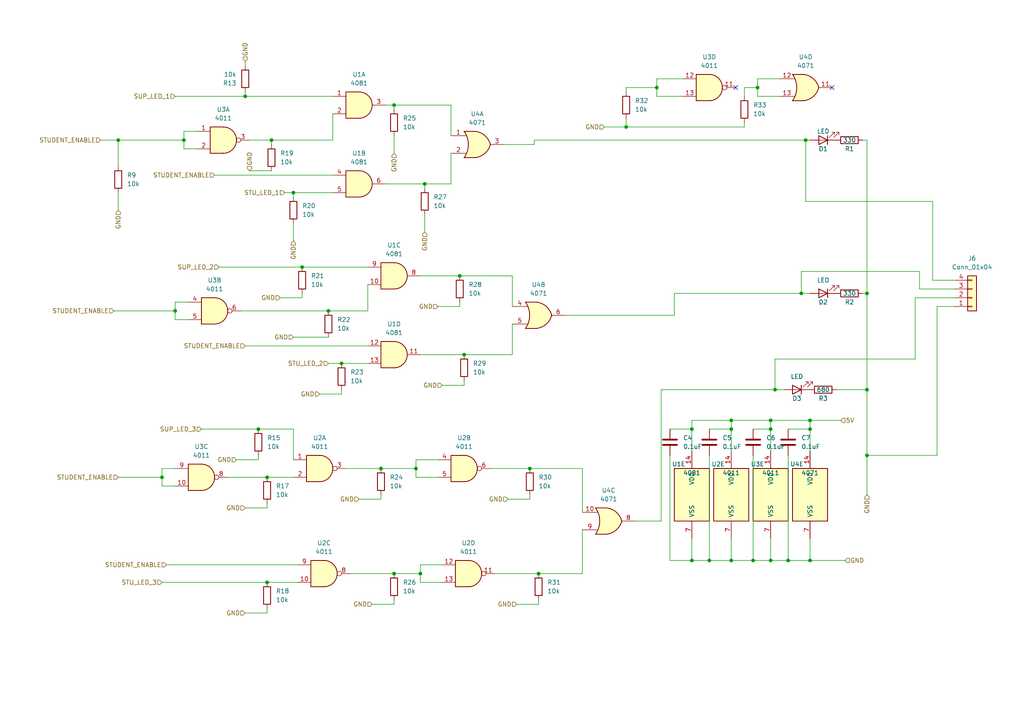
<source format=kicad_sch>
(kicad_sch (version 20211123) (generator eeschema)
  (paper "A4")
  (lib_symbols
    (symbol "4011_1" (pin_names (offset 1.016))
      (property "Reference" "U3" (at 0 8.89 0))
      (property "Value" "4011" (at 0 6.35 0))
      (symbol "4011_1_1_1"
        (pin input line (at -7.62 2.54 0) (length 3.81) (name "~") (number "1"))
        (pin input line (at -7.62 -2.54 0) (length 3.81) (name "~") (number "2"))
        (pin output inverted (at 7.62 0 180) (length 3.81) (name "~") (number "3"))
      )
      (symbol "4011_1_1_2"
        (pin input inverted (at -7.62 2.54 0) (length 4.318) (name "~") (number "1"))
        (pin input inverted (at -7.62 -2.54 0) (length 4.318) (name "~") (number "2"))
        (pin output line (at 7.62 0 180) (length 3.81) (name "~") (number "3"))
      )
      (symbol "4011_1_2_1"
        (pin output inverted (at 7.62 0 180) (length 3.81) (name "~") (number "4"))
        (pin input line (at -7.62 2.54 0) (length 3.81) (name "~") (number "5"))
        (pin input line (at -7.62 -2.54 0) (length 3.81) (name "~") (number "6"))
      )
      (symbol "4011_1_2_2"
        (pin output line (at 7.62 0 180) (length 3.81) (name "~") (number "4"))
        (pin input inverted (at -7.62 2.54 0) (length 4.318) (name "~") (number "5"))
        (pin input inverted (at -7.62 -2.54 0) (length 4.318) (name "~") (number "6"))
      )
      (symbol "4011_1_3_1"
        (pin input line (at -7.62 -2.54 0) (length 3.81) (name "~") (number "10"))
        (pin output inverted (at 7.62 0 180) (length 3.81) (name "") (number "8"))
        (pin input line (at -7.62 2.54 0) (length 3.81) (name "~") (number "9"))
      )
      (symbol "4011_1_3_2"
        (pin output line (at 7.62 0 180) (length 3.81) (name "~") (number "10"))
        (pin input inverted (at -7.62 2.54 0) (length 4.318) (name "~") (number "8"))
        (pin input inverted (at -7.62 -2.54 0) (length 4.318) (name "~") (number "9"))
      )
      (symbol "4011_1_4_1"
        (pin output inverted (at 7.62 0 180) (length 3.81) (name "~") (number "11"))
        (pin input line (at -7.62 2.54 0) (length 3.81) (name "~") (number "12"))
        (pin input line (at -7.62 -2.54 0) (length 3.81) (name "~") (number "13"))
      )
      (symbol "4011_1_4_2"
        (pin output line (at 7.62 0 180) (length 3.81) (name "~") (number "11"))
        (pin input inverted (at -7.62 2.54 0) (length 4.318) (name "~") (number "12"))
        (pin input inverted (at -7.62 -2.54 0) (length 4.318) (name "~") (number "13"))
      )
      (symbol "4011_1_5_0"
        (pin power_in line (at 0 12.7 270) (length 5.08) (name "VDD") (number "14"))
        (pin power_in line (at 0 -12.7 90) (length 5.08) (name "VSS") (number "7"))
      )
    )
    (symbol "4011_2" (pin_names (offset 1.016))
      (property "Reference" "U3" (at 0 8.89 0))
      (property "Value" "4011_2" (at 0 6.35 0))
      (symbol "4011_2_1_1"
        (pin input line (at -7.62 2.54 0) (length 3.81) (name "~") (number "1"))
        (pin input line (at -7.62 -2.54 0) (length 3.81) (name "~") (number "2"))
        (pin output inverted (at 7.62 0 180) (length 3.81) (name "~") (number "3"))
      )
      (symbol "4011_2_1_2"
        (pin input inverted (at -7.62 2.54 0) (length 4.318) (name "~") (number "1"))
        (pin input inverted (at -7.62 -2.54 0) (length 4.318) (name "~") (number "2"))
        (pin output line (at 7.62 0 180) (length 3.81) (name "~") (number "3"))
      )
      (symbol "4011_2_2_1"
        (pin input line (at -7.62 2.54 0) (length 3.81) (name "~") (number "4"))
        (pin input line (at -7.62 -2.54 0) (length 3.81) (name "~") (number "5"))
        (pin output inverted (at 7.62 0 180) (length 3.81) (name "~") (number "6"))
      )
      (symbol "4011_2_2_2"
        (pin output line (at 7.62 0 180) (length 3.81) (name "~") (number "4"))
        (pin input inverted (at -7.62 2.54 0) (length 4.318) (name "~") (number "5"))
        (pin input inverted (at -7.62 -2.54 0) (length 4.318) (name "~") (number "6"))
      )
      (symbol "4011_2_3_1"
        (pin output inverted (at 7.62 0 180) (length 3.81) (name "~") (number "10"))
        (pin input line (at -7.62 2.54 0) (length 3.81) (name "~") (number "8"))
        (pin input line (at -7.62 -2.54 0) (length 3.81) (name "~") (number "9"))
      )
      (symbol "4011_2_3_2"
        (pin output line (at 7.62 0 180) (length 3.81) (name "~") (number "10"))
        (pin input inverted (at -7.62 2.54 0) (length 4.318) (name "~") (number "8"))
        (pin input inverted (at -7.62 -2.54 0) (length 4.318) (name "~") (number "9"))
      )
      (symbol "4011_2_4_1"
        (pin output inverted (at 7.62 0 180) (length 3.81) (name "~") (number "11"))
        (pin input line (at -7.62 2.54 0) (length 3.81) (name "~") (number "12"))
        (pin input line (at -7.62 -2.54 0) (length 3.81) (name "~") (number "13"))
      )
      (symbol "4011_2_4_2"
        (pin output line (at 7.62 0 180) (length 3.81) (name "~") (number "11"))
        (pin input inverted (at -7.62 2.54 0) (length 4.318) (name "~") (number "12"))
        (pin input inverted (at -7.62 -2.54 0) (length 4.318) (name "~") (number "13"))
      )
      (symbol "4011_2_5_0"
        (pin power_in line (at 0 12.7 270) (length 5.08) (name "VDD") (number "14"))
        (pin power_in line (at 0 -12.7 90) (length 5.08) (name "VSS") (number "7"))
      )
    )
    (symbol "4011_3" (pin_names (offset 1.016))
      (property "Reference" "U2" (at 0 8.89 0))
      (property "Value" "4011_3" (at 0 6.35 0))
      (symbol "4011_3_1_1"
        (pin input line (at -7.62 2.54 0) (length 3.81) (name "~") (number "1"))
        (pin input line (at -7.62 -2.54 0) (length 3.81) (name "~") (number "2"))
        (pin output inverted (at 7.62 0 180) (length 3.81) (name "~") (number "3"))
      )
      (symbol "4011_3_1_2"
        (pin input inverted (at -7.62 2.54 0) (length 4.318) (name "~") (number "1"))
        (pin input inverted (at -7.62 -2.54 0) (length 4.318) (name "~") (number "2"))
        (pin output line (at 7.62 0 180) (length 3.81) (name "~") (number "3"))
      )
      (symbol "4011_3_2_1"
        (pin input line (at -7.62 2.54 0) (length 3.81) (name "~") (number "4"))
        (pin input line (at -7.62 -2.54 0) (length 3.81) (name "~") (number "5"))
        (pin output inverted (at 7.62 0 180) (length 3.81) (name "~") (number "6"))
      )
      (symbol "4011_3_2_2"
        (pin output line (at 7.62 0 180) (length 3.81) (name "~") (number "4"))
        (pin input inverted (at -7.62 2.54 0) (length 4.318) (name "~") (number "5"))
        (pin input inverted (at -7.62 -2.54 0) (length 4.318) (name "~") (number "6"))
      )
      (symbol "4011_3_3_1"
        (pin output inverted (at 7.62 0 180) (length 3.81) (name "~") (number "10"))
        (pin input line (at -7.62 2.54 0) (length 3.81) (name "~") (number "8"))
        (pin input line (at -7.62 -2.54 0) (length 3.81) (name "~") (number "9"))
      )
      (symbol "4011_3_3_2"
        (pin output line (at 7.62 0 180) (length 3.81) (name "~") (number "10"))
        (pin input inverted (at -7.62 2.54 0) (length 4.318) (name "~") (number "8"))
        (pin input inverted (at -7.62 -2.54 0) (length 4.318) (name "~") (number "9"))
      )
      (symbol "4011_3_4_1"
        (pin output inverted (at 7.62 0 180) (length 3.81) (name "~") (number "11"))
        (pin input line (at -7.62 2.54 0) (length 3.81) (name "~") (number "12"))
        (pin input line (at -7.62 -2.54 0) (length 3.81) (name "~") (number "13"))
      )
      (symbol "4011_3_4_2"
        (pin output line (at 7.62 0 180) (length 3.81) (name "~") (number "11"))
        (pin input inverted (at -7.62 2.54 0) (length 4.318) (name "~") (number "12"))
        (pin input inverted (at -7.62 -2.54 0) (length 4.318) (name "~") (number "13"))
      )
      (symbol "4011_3_5_0"
        (pin power_in line (at 0 12.7 270) (length 5.08) (name "VDD") (number "14"))
        (pin power_in line (at 0 -12.7 90) (length 5.08) (name "VSS") (number "7"))
      )
    )
    (symbol "4011_4" (pin_names (offset 1.016))
      (property "Reference" "U2" (at 0 8.89 0))
      (property "Value" "4011" (at 0 6.35 0))
      (symbol "4011_4_1_1"
        (pin input line (at -7.62 2.54 0) (length 3.81) (name "~") (number "1"))
        (pin input line (at -7.62 -2.54 0) (length 3.81) (name "~") (number "2"))
        (pin output inverted (at 7.62 0 180) (length 3.81) (name "~") (number "3"))
      )
      (symbol "4011_4_1_2"
        (pin input inverted (at -7.62 2.54 0) (length 4.318) (name "~") (number "1"))
        (pin input inverted (at -7.62 -2.54 0) (length 4.318) (name "~") (number "2"))
        (pin output line (at 7.62 0 180) (length 3.81) (name "~") (number "3"))
      )
      (symbol "4011_4_2_1"
        (pin output inverted (at 7.62 0 180) (length 3.81) (name "~") (number "4"))
        (pin input line (at -7.62 2.54 0) (length 3.81) (name "~") (number "5"))
        (pin input line (at -7.62 -2.54 0) (length 3.81) (name "~") (number "6"))
      )
      (symbol "4011_4_2_2"
        (pin output line (at 7.62 0 180) (length 3.81) (name "~") (number "4"))
        (pin input inverted (at -7.62 2.54 0) (length 4.318) (name "~") (number "5"))
        (pin input inverted (at -7.62 -2.54 0) (length 4.318) (name "~") (number "6"))
      )
      (symbol "4011_4_3_1"
        (pin input line (at -7.62 -2.54 0) (length 3.81) (name "") (number "10"))
        (pin output inverted (at 7.62 0 180) (length 3.81) (name "~") (number "8"))
        (pin input line (at -7.62 2.54 0) (length 3.81) (name "") (number "9"))
      )
      (symbol "4011_4_3_2"
        (pin output line (at 7.62 0 180) (length 3.81) (name "~") (number "10"))
        (pin input inverted (at -7.62 2.54 0) (length 4.318) (name "~") (number "8"))
        (pin input inverted (at -7.62 -2.54 0) (length 4.318) (name "~") (number "9"))
      )
      (symbol "4011_4_4_1"
        (pin output inverted (at 7.62 0 180) (length 3.81) (name "~") (number "11"))
        (pin input line (at -7.62 2.54 0) (length 3.81) (name "~") (number "12"))
        (pin input line (at -7.62 -2.54 0) (length 3.81) (name "~") (number "13"))
      )
      (symbol "4011_4_4_2"
        (pin output line (at 7.62 0 180) (length 3.81) (name "~") (number "11"))
        (pin input inverted (at -7.62 2.54 0) (length 4.318) (name "~") (number "12"))
        (pin input inverted (at -7.62 -2.54 0) (length 4.318) (name "~") (number "13"))
      )
      (symbol "4011_4_5_0"
        (pin power_in line (at 0 12.7 270) (length 5.08) (name "VDD") (number "14"))
        (pin power_in line (at 0 -12.7 90) (length 5.08) (name "VSS") (number "7"))
      )
    )
    (symbol "4071_1" (pin_names (offset 1.016))
      (property "Reference" "U4" (at 0 8.89 0))
      (property "Value" "4071_1" (at 0 6.35 0))
      (symbol "4071_1_1_1"
        (pin input line (at -7.62 2.54 0) (length 4.318) (name "~") (number "1"))
        (pin input line (at -7.62 -2.54 0) (length 4.318) (name "~") (number "2"))
        (pin output line (at 7.62 0 180) (length 3.81) (name "~") (number "3"))
      )
      (symbol "4071_1_1_2"
        (pin input inverted (at -7.62 2.54 0) (length 3.81) (name "~") (number "1"))
        (pin input inverted (at -7.62 -2.54 0) (length 3.81) (name "~") (number "2"))
        (pin output inverted (at 7.62 0 180) (length 3.81) (name "~") (number "3"))
      )
      (symbol "4071_1_2_1"
        (pin input line (at -7.62 2.54 0) (length 4.318) (name "~") (number "4"))
        (pin input line (at -7.62 -2.54 0) (length 4.318) (name "~") (number "5"))
        (pin output line (at 7.62 0 180) (length 3.81) (name "~") (number "6"))
      )
      (symbol "4071_1_2_2"
        (pin output inverted (at 7.62 0 180) (length 3.81) (name "~") (number "4"))
        (pin input inverted (at -7.62 2.54 0) (length 3.81) (name "~") (number "5"))
        (pin input inverted (at -7.62 -2.54 0) (length 3.81) (name "~") (number "6"))
      )
      (symbol "4071_1_3_1"
        (pin output line (at 7.62 0 180) (length 3.81) (name "~") (number "10"))
        (pin input line (at -7.62 2.54 0) (length 4.318) (name "~") (number "8"))
        (pin input line (at -7.62 -2.54 0) (length 4.318) (name "~") (number "9"))
      )
      (symbol "4071_1_3_2"
        (pin output inverted (at 7.62 0 180) (length 3.81) (name "~") (number "10"))
        (pin input inverted (at -7.62 2.54 0) (length 3.81) (name "~") (number "8"))
        (pin input inverted (at -7.62 -2.54 0) (length 3.81) (name "~") (number "9"))
      )
      (symbol "4071_1_4_1"
        (pin output line (at 7.62 0 180) (length 3.81) (name "~") (number "11"))
        (pin input line (at -7.62 2.54 0) (length 4.318) (name "~") (number "12"))
        (pin input line (at -7.62 -2.54 0) (length 4.318) (name "~") (number "13"))
      )
      (symbol "4071_1_4_2"
        (pin output inverted (at 7.62 0 180) (length 3.81) (name "~") (number "11"))
        (pin input inverted (at -7.62 2.54 0) (length 3.81) (name "~") (number "12"))
        (pin input inverted (at -7.62 -2.54 0) (length 3.81) (name "~") (number "13"))
      )
      (symbol "4071_1_5_0"
        (pin power_in line (at 0 12.7 270) (length 5.08) (name "VDD") (number "14"))
        (pin power_in line (at 0 -12.7 90) (length 5.08) (name "VSS") (number "7"))
      )
    )
    (symbol "4071_2" (pin_names (offset 1.016))
      (property "Reference" "U4" (at 0 8.89 0))
      (property "Value" "4071_2" (at 0 6.35 0))
      (symbol "4071_2_1_1"
        (pin input line (at -7.62 2.54 0) (length 4.318) (name "~") (number "1"))
        (pin input line (at -7.62 -2.54 0) (length 4.318) (name "~") (number "2"))
        (pin output line (at 7.62 0 180) (length 3.81) (name "~") (number "3"))
      )
      (symbol "4071_2_1_2"
        (pin input inverted (at -7.62 2.54 0) (length 3.81) (name "~") (number "1"))
        (pin input inverted (at -7.62 -2.54 0) (length 3.81) (name "~") (number "2"))
        (pin output inverted (at 7.62 0 180) (length 3.81) (name "~") (number "3"))
      )
      (symbol "4071_2_2_1"
        (pin output line (at 7.62 0 180) (length 3.81) (name "~") (number "4"))
        (pin input line (at -7.62 2.54 0) (length 4.318) (name "~") (number "5"))
        (pin input line (at -7.62 -2.54 0) (length 4.318) (name "~") (number "6"))
      )
      (symbol "4071_2_2_2"
        (pin output inverted (at 7.62 0 180) (length 3.81) (name "~") (number "4"))
        (pin input inverted (at -7.62 2.54 0) (length 3.81) (name "~") (number "5"))
        (pin input inverted (at -7.62 -2.54 0) (length 3.81) (name "~") (number "6"))
      )
      (symbol "4071_2_3_1"
        (pin input line (at -7.62 2.54 0) (length 4.318) (name "") (number "10"))
        (pin output line (at 7.62 0 180) (length 3.81) (name "~") (number "8"))
        (pin input line (at -7.62 -2.54 0) (length 4.318) (name "~") (number "9"))
      )
      (symbol "4071_2_3_2"
        (pin output inverted (at 7.62 0 180) (length 3.81) (name "~") (number "10"))
        (pin input inverted (at -7.62 2.54 0) (length 3.81) (name "~") (number "8"))
        (pin input inverted (at -7.62 -2.54 0) (length 3.81) (name "~") (number "9"))
      )
      (symbol "4071_2_4_1"
        (pin output line (at 7.62 0 180) (length 3.81) (name "~") (number "11"))
        (pin input line (at -7.62 2.54 0) (length 4.318) (name "~") (number "12"))
        (pin input line (at -7.62 -2.54 0) (length 4.318) (name "~") (number "13"))
      )
      (symbol "4071_2_4_2"
        (pin output inverted (at 7.62 0 180) (length 3.81) (name "~") (number "11"))
        (pin input inverted (at -7.62 2.54 0) (length 3.81) (name "~") (number "12"))
        (pin input inverted (at -7.62 -2.54 0) (length 3.81) (name "~") (number "13"))
      )
      (symbol "4071_2_5_0"
        (pin power_in line (at 0 12.7 270) (length 5.08) (name "VDD") (number "14"))
        (pin power_in line (at 0 -12.7 90) (length 5.08) (name "VSS") (number "7"))
      )
    )
    (symbol "4081_1" (pin_names (offset 1.016))
      (property "Reference" "U1" (at 0 8.89 0))
      (property "Value" "4081_1" (at 0 6.35 0))
      (symbol "4081_1_1_1"
        (pin input line (at -7.62 2.54 0) (length 3.81) (name "~") (number "1"))
        (pin input line (at -7.62 -2.54 0) (length 3.81) (name "~") (number "2"))
        (pin output line (at 7.62 0 180) (length 3.81) (name "~") (number "3"))
      )
      (symbol "4081_1_1_2"
        (pin input inverted (at -7.62 2.54 0) (length 4.318) (name "~") (number "1"))
        (pin input inverted (at -7.62 -2.54 0) (length 4.318) (name "~") (number "2"))
        (pin output inverted (at 7.62 0 180) (length 3.81) (name "~") (number "3"))
      )
      (symbol "4081_1_2_1"
        (pin output line (at 7.62 0 180) (length 3.81) (name "~") (number "4"))
        (pin input line (at -7.62 2.54 0) (length 3.81) (name "~") (number "5"))
        (pin input line (at -7.62 -2.54 0) (length 3.81) (name "~") (number "6"))
      )
      (symbol "4081_1_2_2"
        (pin output inverted (at 7.62 0 180) (length 3.81) (name "~") (number "4"))
        (pin input inverted (at -7.62 2.54 0) (length 4.318) (name "~") (number "5"))
        (pin input inverted (at -7.62 -2.54 0) (length 4.318) (name "~") (number "6"))
      )
      (symbol "4081_1_3_1"
        (pin input line (at -7.62 -2.54 0) (length 3.81) (name "~") (number "10"))
        (pin output line (at 7.62 0 180) (length 3.81) (name "~") (number "8"))
        (pin input line (at -7.62 2.54 0) (length 3.81) (name "~") (number "9"))
      )
      (symbol "4081_1_3_2"
        (pin output inverted (at 7.62 0 180) (length 3.81) (name "~") (number "10"))
        (pin input inverted (at -7.62 2.54 0) (length 4.318) (name "~") (number "8"))
        (pin input inverted (at -7.62 -2.54 0) (length 4.318) (name "~") (number "9"))
      )
      (symbol "4081_1_4_1"
        (pin output line (at 7.62 0 180) (length 3.81) (name "~") (number "11"))
        (pin input line (at -7.62 2.54 0) (length 3.81) (name "~") (number "12"))
        (pin input line (at -7.62 -2.54 0) (length 3.81) (name "~") (number "13"))
      )
      (symbol "4081_1_4_2"
        (pin output inverted (at 7.62 0 180) (length 3.81) (name "~") (number "11"))
        (pin input inverted (at -7.62 2.54 0) (length 4.318) (name "~") (number "12"))
        (pin input inverted (at -7.62 -2.54 0) (length 4.318) (name "~") (number "13"))
      )
      (symbol "4081_1_5_0"
        (pin power_in line (at 0 12.7 270) (length 5.08) (name "VDD") (number "14"))
        (pin power_in line (at 0 -12.7 90) (length 5.08) (name "VSS") (number "7"))
      )
    )
    (symbol "4081_2" (pin_names (offset 1.016))
      (property "Reference" "U1" (at 0 8.89 0))
      (property "Value" "4081_2" (at 0 6.35 0))
      (symbol "4081_2_1_1"
        (pin input line (at -7.62 2.54 0) (length 3.81) (name "~") (number "1"))
        (pin input line (at -7.62 -2.54 0) (length 3.81) (name "~") (number "2"))
        (pin output line (at 7.62 0 180) (length 3.81) (name "~") (number "3"))
      )
      (symbol "4081_2_1_2"
        (pin input inverted (at -7.62 2.54 0) (length 4.318) (name "~") (number "1"))
        (pin input inverted (at -7.62 -2.54 0) (length 4.318) (name "~") (number "2"))
        (pin output inverted (at 7.62 0 180) (length 3.81) (name "~") (number "3"))
      )
      (symbol "4081_2_2_1"
        (pin input line (at -7.62 2.54 0) (length 3.81) (name "~") (number "4"))
        (pin input line (at -7.62 -2.54 0) (length 3.81) (name "~") (number "5"))
        (pin output line (at 7.62 0 180) (length 3.81) (name "~") (number "6"))
      )
      (symbol "4081_2_2_2"
        (pin output inverted (at 7.62 0 180) (length 3.81) (name "~") (number "4"))
        (pin input inverted (at -7.62 2.54 0) (length 4.318) (name "~") (number "5"))
        (pin input inverted (at -7.62 -2.54 0) (length 4.318) (name "~") (number "6"))
      )
      (symbol "4081_2_3_1"
        (pin output line (at 7.62 0 180) (length 3.81) (name "~") (number "10"))
        (pin input line (at -7.62 2.54 0) (length 3.81) (name "~") (number "8"))
        (pin input line (at -7.62 -2.54 0) (length 3.81) (name "~") (number "9"))
      )
      (symbol "4081_2_3_2"
        (pin output inverted (at 7.62 0 180) (length 3.81) (name "~") (number "10"))
        (pin input inverted (at -7.62 2.54 0) (length 4.318) (name "~") (number "8"))
        (pin input inverted (at -7.62 -2.54 0) (length 4.318) (name "~") (number "9"))
      )
      (symbol "4081_2_4_1"
        (pin output line (at 7.62 0 180) (length 3.81) (name "~") (number "11"))
        (pin input line (at -7.62 2.54 0) (length 3.81) (name "~") (number "12"))
        (pin input line (at -7.62 -2.54 0) (length 3.81) (name "~") (number "13"))
      )
      (symbol "4081_2_4_2"
        (pin output inverted (at 7.62 0 180) (length 3.81) (name "~") (number "11"))
        (pin input inverted (at -7.62 2.54 0) (length 4.318) (name "~") (number "12"))
        (pin input inverted (at -7.62 -2.54 0) (length 4.318) (name "~") (number "13"))
      )
      (symbol "4081_2_5_0"
        (pin power_in line (at 0 12.7 270) (length 5.08) (name "VDD") (number "14"))
        (pin power_in line (at 0 -12.7 90) (length 5.08) (name "VSS") (number "7"))
      )
    )
    (symbol "4xxx:4011" (pin_names (offset 1.016))
      (property "Reference" "U" (at 0 1.27 0))
      (property "Value" "4011" (at 0 -1.27 0))
      (symbol "4011_1_1"
        (pin input line (at -7.62 2.54 0) (length 3.81) (name "~") (number "1"))
        (pin input line (at -7.62 -2.54 0) (length 3.81) (name "~") (number "2"))
        (pin output inverted (at 7.62 0 180) (length 3.81) (name "~") (number "3"))
      )
      (symbol "4011_1_2"
        (pin input inverted (at -7.62 2.54 0) (length 4.318) (name "~") (number "1"))
        (pin input inverted (at -7.62 -2.54 0) (length 4.318) (name "~") (number "2"))
        (pin output line (at 7.62 0 180) (length 3.81) (name "~") (number "3"))
      )
      (symbol "4011_2_1"
        (pin output inverted (at 7.62 0 180) (length 3.81) (name "~") (number "4"))
        (pin input line (at -7.62 2.54 0) (length 3.81) (name "~") (number "5"))
        (pin input line (at -7.62 -2.54 0) (length 3.81) (name "~") (number "6"))
      )
      (symbol "4011_2_2"
        (pin output line (at 7.62 0 180) (length 3.81) (name "~") (number "4"))
        (pin input inverted (at -7.62 2.54 0) (length 4.318) (name "~") (number "5"))
        (pin input inverted (at -7.62 -2.54 0) (length 4.318) (name "~") (number "6"))
      )
      (symbol "4011_3_1"
        (pin output inverted (at 7.62 0 180) (length 3.81) (name "~") (number "10"))
        (pin input line (at -7.62 2.54 0) (length 3.81) (name "~") (number "8"))
        (pin input line (at -7.62 -2.54 0) (length 3.81) (name "~") (number "9"))
      )
      (symbol "4011_3_2"
        (pin output line (at 7.62 0 180) (length 3.81) (name "~") (number "10"))
        (pin input inverted (at -7.62 2.54 0) (length 4.318) (name "~") (number "8"))
        (pin input inverted (at -7.62 -2.54 0) (length 4.318) (name "~") (number "9"))
      )
      (symbol "4011_4_1"
        (pin output inverted (at 7.62 0 180) (length 3.81) (name "~") (number "11"))
        (pin input line (at -7.62 2.54 0) (length 3.81) (name "~") (number "12"))
        (pin input line (at -7.62 -2.54 0) (length 3.81) (name "~") (number "13"))
      )
      (symbol "4011_4_2"
        (pin output line (at 7.62 0 180) (length 3.81) (name "~") (number "11"))
        (pin input inverted (at -7.62 2.54 0) (length 4.318) (name "~") (number "12"))
        (pin input inverted (at -7.62 -2.54 0) (length 4.318) (name "~") (number "13"))
      )
      (symbol "4011_5_0"
        (pin power_in line (at 0 12.7 270) (length 5.08) (name "VDD") (number "14"))
        (pin power_in line (at 0 -12.7 90) (length 5.08) (name "VSS") (number "7"))
      )
    )
    (symbol "4xxx:4071" (pin_names (offset 1.016))
      (property "Reference" "U" (at 0 1.27 0))
      (property "Value" "4071" (at 0 -1.27 0))
      (symbol "4071_1_1"
        (pin input line (at -7.62 2.54 0) (length 4.318) (name "~") (number "1"))
        (pin input line (at -7.62 -2.54 0) (length 4.318) (name "~") (number "2"))
        (pin output line (at 7.62 0 180) (length 3.81) (name "~") (number "3"))
      )
      (symbol "4071_1_2"
        (pin input inverted (at -7.62 2.54 0) (length 3.81) (name "~") (number "1"))
        (pin input inverted (at -7.62 -2.54 0) (length 3.81) (name "~") (number "2"))
        (pin output inverted (at 7.62 0 180) (length 3.81) (name "~") (number "3"))
      )
      (symbol "4071_2_1"
        (pin output line (at 7.62 0 180) (length 3.81) (name "~") (number "4"))
        (pin input line (at -7.62 2.54 0) (length 4.318) (name "~") (number "5"))
        (pin input line (at -7.62 -2.54 0) (length 4.318) (name "~") (number "6"))
      )
      (symbol "4071_2_2"
        (pin output inverted (at 7.62 0 180) (length 3.81) (name "~") (number "4"))
        (pin input inverted (at -7.62 2.54 0) (length 3.81) (name "~") (number "5"))
        (pin input inverted (at -7.62 -2.54 0) (length 3.81) (name "~") (number "6"))
      )
      (symbol "4071_3_1"
        (pin output line (at 7.62 0 180) (length 3.81) (name "~") (number "10"))
        (pin input line (at -7.62 2.54 0) (length 4.318) (name "~") (number "8"))
        (pin input line (at -7.62 -2.54 0) (length 4.318) (name "~") (number "9"))
      )
      (symbol "4071_3_2"
        (pin output inverted (at 7.62 0 180) (length 3.81) (name "~") (number "10"))
        (pin input inverted (at -7.62 2.54 0) (length 3.81) (name "~") (number "8"))
        (pin input inverted (at -7.62 -2.54 0) (length 3.81) (name "~") (number "9"))
      )
      (symbol "4071_4_1"
        (pin output line (at 7.62 0 180) (length 3.81) (name "~") (number "11"))
        (pin input line (at -7.62 2.54 0) (length 4.318) (name "~") (number "12"))
        (pin input line (at -7.62 -2.54 0) (length 4.318) (name "~") (number "13"))
      )
      (symbol "4071_4_2"
        (pin output inverted (at 7.62 0 180) (length 3.81) (name "~") (number "11"))
        (pin input inverted (at -7.62 2.54 0) (length 3.81) (name "~") (number "12"))
        (pin input inverted (at -7.62 -2.54 0) (length 3.81) (name "~") (number "13"))
      )
      (symbol "4071_5_0"
        (pin power_in line (at 0 12.7 270) (length 5.08) (name "VDD") (number "14"))
        (pin power_in line (at 0 -12.7 90) (length 5.08) (name "VSS") (number "7"))
      )
    )
    (symbol "4xxx:4081" (pin_names (offset 1.016))
      (property "Reference" "U" (at 0 1.27 0))
      (property "Value" "4081" (at 0 -1.27 0))
      (symbol "4081_1_1"
        (pin input line (at -7.62 2.54 0) (length 3.81) (name "~") (number "1"))
        (pin input line (at -7.62 -2.54 0) (length 3.81) (name "~") (number "2"))
        (pin output line (at 7.62 0 180) (length 3.81) (name "~") (number "3"))
      )
      (symbol "4081_1_2"
        (pin input inverted (at -7.62 2.54 0) (length 4.318) (name "~") (number "1"))
        (pin input inverted (at -7.62 -2.54 0) (length 4.318) (name "~") (number "2"))
        (pin output inverted (at 7.62 0 180) (length 3.81) (name "~") (number "3"))
      )
      (symbol "4081_2_1"
        (pin output line (at 7.62 0 180) (length 3.81) (name "~") (number "4"))
        (pin input line (at -7.62 2.54 0) (length 3.81) (name "~") (number "5"))
        (pin input line (at -7.62 -2.54 0) (length 3.81) (name "~") (number "6"))
      )
      (symbol "4081_2_2"
        (pin output inverted (at 7.62 0 180) (length 3.81) (name "~") (number "4"))
        (pin input inverted (at -7.62 2.54 0) (length 4.318) (name "~") (number "5"))
        (pin input inverted (at -7.62 -2.54 0) (length 4.318) (name "~") (number "6"))
      )
      (symbol "4081_3_1"
        (pin output line (at 7.62 0 180) (length 3.81) (name "~") (number "10"))
        (pin input line (at -7.62 2.54 0) (length 3.81) (name "~") (number "8"))
        (pin input line (at -7.62 -2.54 0) (length 3.81) (name "~") (number "9"))
      )
      (symbol "4081_3_2"
        (pin output inverted (at 7.62 0 180) (length 3.81) (name "~") (number "10"))
        (pin input inverted (at -7.62 2.54 0) (length 4.318) (name "~") (number "8"))
        (pin input inverted (at -7.62 -2.54 0) (length 4.318) (name "~") (number "9"))
      )
      (symbol "4081_4_1"
        (pin output line (at 7.62 0 180) (length 3.81) (name "~") (number "11"))
        (pin input line (at -7.62 2.54 0) (length 3.81) (name "~") (number "12"))
        (pin input line (at -7.62 -2.54 0) (length 3.81) (name "~") (number "13"))
      )
      (symbol "4081_4_2"
        (pin output inverted (at 7.62 0 180) (length 3.81) (name "~") (number "11"))
        (pin input inverted (at -7.62 2.54 0) (length 4.318) (name "~") (number "12"))
        (pin input inverted (at -7.62 -2.54 0) (length 4.318) (name "~") (number "13"))
      )
      (symbol "4081_5_0"
        (pin power_in line (at 0 12.7 270) (length 5.08) (name "VDD") (number "14"))
        (pin power_in line (at 0 -12.7 90) (length 5.08) (name "VSS") (number "7"))
      )
    )
    (symbol "Connector_Generic:Conn_01x04" (pin_names (offset 1.016) hide)
      (property "Reference" "J" (at 0 5.08 0))
      (property "Value" "Conn_01x04" (at 0 -7.62 0))
      (symbol "Conn_01x04_1_1"
        (pin passive line (at -5.08 2.54 0) (length 3.81) (name "Pin_1") (number "1"))
        (pin passive line (at -5.08 0 0) (length 3.81) (name "Pin_2") (number "2"))
        (pin passive line (at -5.08 -2.54 0) (length 3.81) (name "Pin_3") (number "3"))
        (pin passive line (at -5.08 -5.08 0) (length 3.81) (name "Pin_4") (number "4"))
      )
    )
    (symbol "Device:C" (pin_numbers hide) (pin_names (offset 0.254))
      (property "Reference" "C" (at 0.635 2.54 0))
      (property "Value" "C" (at 0.635 -2.54 0))
      (symbol "C_1_1"
        (pin passive line (at 0 3.81 270) (length 2.794) (name "~") (number "1"))
        (pin passive line (at 0 -3.81 90) (length 2.794) (name "~") (number "2"))
      )
    )
    (symbol "Device:LED" (pin_numbers hide) (pin_names (offset 1.016) hide)
      (property "Reference" "D" (at 0 2.54 0))
      (property "Value" "LED" (at 0 -2.54 0))
      (symbol "LED_1_1"
        (pin passive line (at -3.81 0 0) (length 2.54) (name "K") (number "1"))
        (pin passive line (at 3.81 0 180) (length 2.54) (name "A") (number "2"))
      )
    )
    (symbol "Device:R" (pin_numbers hide) (pin_names (offset 0))
      (property "Reference" "R" (at 2.032 0 90))
      (property "Value" "R" (at 0 0 90))
      (symbol "R_1_1"
        (pin passive line (at 0 3.81 270) (length 1.27) (name "~") (number "1"))
        (pin passive line (at 0 -3.81 90) (length 1.27) (name "~") (number "2"))
      )
    )
  )
  (junction (at 205.74 162.56))
  (junction (at 87.63 77.47))
  (junction (at 234.95 121.92))
  (junction (at 200.66 124.46))
  (junction (at 74.93 124.46))
  (junction (at 153.67 135.89))
  (junction (at 181.61 36.83))
  (junction (at 212.09 124.46))
  (junction (at 212.09 162.56))
  (junction (at 133.35 80.01))
  (junction (at 123.19 53.34))
  (junction (at 223.52 162.56))
  (junction (at 78.74 40.64))
  (junction (at 190.5 25.4))
  (junction (at 71.12 27.94))
  (junction (at 251.46 85.09))
  (junction (at 77.47 138.43))
  (junction (at 234.95 162.56))
  (junction (at 120.65 135.89))
  (junction (at 99.06 105.41))
  (junction (at 219.71 25.4))
  (junction (at 223.52 124.46))
  (junction (at 53.34 40.64))
  (junction (at 200.66 162.56))
  (junction (at 251.46 113.03))
  (junction (at 224.79 113.03))
  (junction (at 46.99 138.43))
  (junction (at 233.68 40.64))
  (junction (at 234.95 124.46))
  (junction (at 85.09 55.88))
  (junction (at 156.21 166.37))
  (junction (at 223.52 121.92))
  (junction (at 114.3 30.48))
  (junction (at 212.09 121.92))
  (junction (at 34.29 40.64))
  (junction (at 50.8 90.17))
  (junction (at 232.41 85.09))
  (junction (at 95.25 90.17))
  (junction (at 114.3 166.37))
  (junction (at 218.44 162.56))
  (junction (at 77.47 168.91))
  (junction (at 121.92 166.37))
  (junction (at 134.62 102.87))
  (junction (at 251.46 132.08))
  (junction (at 228.6 162.56))
  (junction (at 110.49 135.89))
  (no_connect (at 241.3 25.4))
  (no_connect (at 213.36 25.4))
  (wire (pts (xy 50.8 27.94) (xy 71.12 27.94)))
  (wire (pts (xy 181.61 36.83) (xy 215.9 36.83)))
  (wire (pts (xy 99.06 105.41) (xy 106.68 105.41)))
  (wire (pts (xy 62.23 50.8) (xy 96.52 50.8)))
  (wire (pts (xy 81.28 86.36) (xy 87.63 86.36)))
  (wire (pts (xy 215.9 27.94) (xy 215.9 25.4)))
  (wire (pts (xy 34.29 40.64) (xy 53.34 40.64)))
  (wire (pts (xy 200.66 162.56) (xy 200.66 156.21)))
  (wire (pts (xy 95.25 90.17) (xy 106.68 90.17)))
  (wire (pts (xy 123.19 53.34) (xy 123.19 54.61)))
  (wire (pts (xy 218.44 162.56) (xy 223.52 162.56)))
  (wire (pts (xy 219.71 25.4) (xy 219.71 27.94)))
  (wire (pts (xy 134.62 110.49) (xy 134.62 111.76)))
  (wire (pts (xy 128.27 111.76) (xy 134.62 111.76)))
  (wire (pts (xy 34.29 40.64) (xy 34.29 48.26)))
  (wire (pts (xy 223.52 124.46) (xy 223.52 130.81)))
  (wire (pts (xy 114.3 166.37) (xy 121.92 166.37)))
  (wire (pts (xy 215.9 25.4) (xy 219.71 25.4)))
  (wire (pts (xy 85.09 55.88) (xy 85.09 57.15)))
  (wire (pts (xy 95.25 105.41) (xy 99.06 105.41)))
  (wire (pts (xy 181.61 26.67) (xy 181.61 25.4)))
  (wire (pts (xy 123.19 67.31) (xy 123.19 62.23)))
  (wire (pts (xy 130.81 53.34) (xy 130.81 44.45)))
  (wire (pts (xy 251.46 40.64) (xy 251.46 85.09)))
  (wire (pts (xy 85.09 69.85) (xy 85.09 64.77)))
  (wire (pts (xy 265.43 86.36) (xy 265.43 104.14)))
  (wire (pts (xy 234.95 121.92) (xy 234.95 124.46)))
  (wire (pts (xy 148.59 80.01) (xy 148.59 88.9)))
  (wire (pts (xy 85.09 55.88) (xy 96.52 55.88)))
  (wire (pts (xy 53.34 38.1) (xy 53.34 40.64)))
  (wire (pts (xy 251.46 85.09) (xy 251.46 113.03)))
  (wire (pts (xy 194.31 132.08) (xy 194.31 162.56)))
  (wire (pts (xy 190.5 27.94) (xy 198.12 27.94)))
  (wire (pts (xy 234.95 121.92) (xy 243.84 121.92)))
  (wire (pts (xy 110.49 135.89) (xy 120.65 135.89)))
  (wire (pts (xy 121.92 163.83) (xy 121.92 166.37)))
  (wire (pts (xy 111.76 53.34) (xy 123.19 53.34)))
  (wire (pts (xy 218.44 132.08) (xy 218.44 162.56)))
  (wire (pts (xy 85.09 97.79) (xy 95.25 97.79)))
  (wire (pts (xy 71.12 147.32) (xy 77.47 147.32)))
  (wire (pts (xy 130.81 30.48) (xy 130.81 39.37)))
  (wire (pts (xy 181.61 34.29) (xy 181.61 36.83)))
  (wire (pts (xy 228.6 162.56) (xy 234.95 162.56)))
  (wire (pts (xy 34.29 60.96) (xy 34.29 55.88)))
  (wire (pts (xy 233.68 58.42) (xy 233.68 40.64)))
  (wire (pts (xy 85.09 124.46) (xy 85.09 133.35)))
  (wire (pts (xy 276.86 83.82) (xy 266.7 83.82)))
  (wire (pts (xy 191.77 113.03) (xy 224.79 113.03)))
  (wire (pts (xy 266.7 83.82) (xy 266.7 78.74)))
  (wire (pts (xy 110.49 143.51) (xy 110.49 144.78)))
  (wire (pts (xy 128.27 163.83) (xy 121.92 163.83)))
  (wire (pts (xy 200.66 121.92) (xy 212.09 121.92)))
  (wire (pts (xy 234.95 156.21) (xy 234.95 162.56)))
  (wire (pts (xy 48.26 163.83) (xy 86.36 163.83)))
  (wire (pts (xy 106.68 90.17) (xy 106.68 82.55)))
  (wire (pts (xy 147.32 144.78) (xy 153.67 144.78)))
  (wire (pts (xy 143.51 166.37) (xy 156.21 166.37)))
  (wire (pts (xy 265.43 104.14) (xy 224.79 104.14)))
  (wire (pts (xy 223.52 162.56) (xy 228.6 162.56)))
  (wire (pts (xy 251.46 132.08) (xy 271.78 132.08)))
  (wire (pts (xy 232.41 78.74) (xy 232.41 85.09)))
  (wire (pts (xy 190.5 25.4) (xy 190.5 27.94)))
  (wire (pts (xy 107.95 175.26) (xy 114.3 175.26)))
  (wire (pts (xy 195.58 85.09) (xy 195.58 91.44)))
  (wire (pts (xy 50.8 87.63) (xy 50.8 90.17)))
  (wire (pts (xy 242.57 113.03) (xy 251.46 113.03)))
  (wire (pts (xy 66.04 138.43) (xy 77.47 138.43)))
  (wire (pts (xy 114.3 44.45) (xy 114.3 39.37)))
  (wire (pts (xy 74.93 132.08) (xy 74.93 133.35)))
  (wire (pts (xy 154.94 40.64) (xy 233.68 40.64)))
  (wire (pts (xy 195.58 91.44) (xy 163.83 91.44)))
  (wire (pts (xy 74.93 124.46) (xy 85.09 124.46)))
  (wire (pts (xy 114.3 30.48) (xy 114.3 31.75)))
  (wire (pts (xy 194.31 162.56) (xy 200.66 162.56)))
  (wire (pts (xy 224.79 104.14) (xy 224.79 113.03)))
  (wire (pts (xy 121.92 168.91) (xy 128.27 168.91)))
  (wire (pts (xy 149.86 175.26) (xy 156.21 175.26)))
  (wire (pts (xy 142.24 135.89) (xy 153.67 135.89)))
  (wire (pts (xy 223.52 156.21) (xy 223.52 162.56)))
  (wire (pts (xy 99.06 113.03) (xy 99.06 114.3)))
  (wire (pts (xy 168.91 135.89) (xy 168.91 148.59)))
  (wire (pts (xy 96.52 40.64) (xy 96.52 33.02)))
  (wire (pts (xy 148.59 102.87) (xy 148.59 93.98)))
  (wire (pts (xy 78.74 40.64) (xy 78.74 41.91)))
  (wire (pts (xy 104.14 144.78) (xy 110.49 144.78)))
  (wire (pts (xy 68.58 133.35) (xy 74.93 133.35)))
  (wire (pts (xy 212.09 121.92) (xy 212.09 124.46)))
  (wire (pts (xy 87.63 77.47) (xy 106.68 77.47)))
  (wire (pts (xy 127 88.9) (xy 133.35 88.9)))
  (wire (pts (xy 234.95 124.46) (xy 234.95 130.81)))
  (wire (pts (xy 219.71 27.94) (xy 226.06 27.94)))
  (wire (pts (xy 223.52 121.92) (xy 234.95 121.92)))
  (wire (pts (xy 121.92 80.01) (xy 133.35 80.01)))
  (wire (pts (xy 54.61 87.63) (xy 50.8 87.63)))
  (wire (pts (xy 198.12 22.86) (xy 190.5 22.86)))
  (wire (pts (xy 218.44 124.46) (xy 223.52 124.46)))
  (wire (pts (xy 29.21 40.64) (xy 34.29 40.64)))
  (wire (pts (xy 87.63 85.09) (xy 87.63 86.36)))
  (wire (pts (xy 114.3 30.48) (xy 130.81 30.48)))
  (wire (pts (xy 276.86 86.36) (xy 265.43 86.36)))
  (wire (pts (xy 57.15 38.1) (xy 53.34 38.1)))
  (wire (pts (xy 251.46 132.08) (xy 251.46 143.51)))
  (wire (pts (xy 77.47 138.43) (xy 85.09 138.43)))
  (wire (pts (xy 276.86 81.28) (xy 270.51 81.28)))
  (wire (pts (xy 134.62 102.87) (xy 148.59 102.87)))
  (wire (pts (xy 77.47 146.05) (xy 77.47 147.32)))
  (wire (pts (xy 232.41 85.09) (xy 234.95 85.09)))
  (wire (pts (xy 58.42 124.46) (xy 74.93 124.46)))
  (wire (pts (xy 154.94 41.91) (xy 146.05 41.91)))
  (wire (pts (xy 266.7 78.74) (xy 232.41 78.74)))
  (wire (pts (xy 78.74 40.64) (xy 96.52 40.64)))
  (wire (pts (xy 228.6 132.08) (xy 228.6 162.56)))
  (wire (pts (xy 120.65 138.43) (xy 127 138.43)))
  (wire (pts (xy 224.79 113.03) (xy 227.33 113.03)))
  (wire (pts (xy 168.91 153.67) (xy 168.91 166.37)))
  (wire (pts (xy 71.12 177.8) (xy 77.47 177.8)))
  (wire (pts (xy 190.5 22.86) (xy 190.5 25.4)))
  (wire (pts (xy 34.29 138.43) (xy 46.99 138.43)))
  (wire (pts (xy 50.8 92.71) (xy 54.61 92.71)))
  (wire (pts (xy 184.15 151.13) (xy 191.77 151.13)))
  (wire (pts (xy 72.39 40.64) (xy 78.74 40.64)))
  (wire (pts (xy 133.35 80.01) (xy 148.59 80.01)))
  (wire (pts (xy 212.09 156.21) (xy 212.09 162.56)))
  (wire (pts (xy 205.74 132.08) (xy 205.74 162.56)))
  (wire (pts (xy 133.35 87.63) (xy 133.35 88.9)))
  (wire (pts (xy 234.95 162.56) (xy 245.11 162.56)))
  (wire (pts (xy 71.12 100.33) (xy 106.68 100.33)))
  (wire (pts (xy 200.66 121.92) (xy 200.66 124.46)))
  (wire (pts (xy 251.46 113.03) (xy 251.46 132.08)))
  (wire (pts (xy 71.12 27.94) (xy 96.52 27.94)))
  (wire (pts (xy 53.34 40.64) (xy 53.34 43.18)))
  (wire (pts (xy 120.65 135.89) (xy 120.65 138.43)))
  (wire (pts (xy 270.51 81.28) (xy 270.51 58.42)))
  (wire (pts (xy 46.99 168.91) (xy 77.47 168.91)))
  (wire (pts (xy 156.21 173.99) (xy 156.21 175.26)))
  (wire (pts (xy 226.06 22.86) (xy 219.71 22.86)))
  (wire (pts (xy 215.9 36.83) (xy 215.9 35.56)))
  (wire (pts (xy 77.47 168.91) (xy 86.36 168.91)))
  (wire (pts (xy 200.66 124.46) (xy 200.66 130.81)))
  (wire (pts (xy 92.71 114.3) (xy 99.06 114.3)))
  (wire (pts (xy 271.78 88.9) (xy 271.78 132.08)))
  (wire (pts (xy 50.8 135.89) (xy 46.99 135.89)))
  (wire (pts (xy 233.68 40.64) (xy 234.95 40.64)))
  (wire (pts (xy 251.46 85.09) (xy 250.19 85.09)))
  (wire (pts (xy 212.09 124.46) (xy 212.09 130.81)))
  (wire (pts (xy 72.39 49.53) (xy 78.74 49.53)))
  (wire (pts (xy 181.61 25.4) (xy 190.5 25.4)))
  (wire (pts (xy 71.12 17.78) (xy 71.12 19.05)))
  (wire (pts (xy 121.92 166.37) (xy 121.92 168.91)))
  (wire (pts (xy 100.33 135.89) (xy 110.49 135.89)))
  (wire (pts (xy 111.76 30.48) (xy 114.3 30.48)))
  (wire (pts (xy 46.99 140.97) (xy 50.8 140.97)))
  (wire (pts (xy 82.55 55.88) (xy 85.09 55.88)))
  (wire (pts (xy 33.02 90.17) (xy 50.8 90.17)))
  (wire (pts (xy 212.09 121.92) (xy 223.52 121.92)))
  (wire (pts (xy 121.92 102.87) (xy 134.62 102.87)))
  (wire (pts (xy 71.12 26.67) (xy 71.12 27.94)))
  (wire (pts (xy 46.99 135.89) (xy 46.99 138.43)))
  (wire (pts (xy 200.66 162.56) (xy 205.74 162.56)))
  (wire (pts (xy 127 133.35) (xy 120.65 133.35)))
  (wire (pts (xy 114.3 173.99) (xy 114.3 175.26)))
  (wire (pts (xy 205.74 162.56) (xy 212.09 162.56)))
  (wire (pts (xy 223.52 121.92) (xy 223.52 124.46)))
  (wire (pts (xy 101.6 166.37) (xy 114.3 166.37)))
  (wire (pts (xy 175.26 36.83) (xy 181.61 36.83)))
  (wire (pts (xy 123.19 53.34) (xy 130.81 53.34)))
  (wire (pts (xy 270.51 58.42) (xy 233.68 58.42)))
  (wire (pts (xy 50.8 90.17) (xy 50.8 92.71)))
  (wire (pts (xy 219.71 22.86) (xy 219.71 25.4)))
  (wire (pts (xy 228.6 124.46) (xy 234.95 124.46)))
  (wire (pts (xy 194.31 124.46) (xy 200.66 124.46)))
  (wire (pts (xy 77.47 176.53) (xy 77.47 177.8)))
  (wire (pts (xy 46.99 138.43) (xy 46.99 140.97)))
  (wire (pts (xy 212.09 162.56) (xy 218.44 162.56)))
  (wire (pts (xy 63.5 77.47) (xy 87.63 77.47)))
  (wire (pts (xy 205.74 124.46) (xy 212.09 124.46)))
  (wire (pts (xy 251.46 40.64) (xy 250.19 40.64)))
  (wire (pts (xy 153.67 143.51) (xy 153.67 144.78)))
  (wire (pts (xy 53.34 43.18) (xy 57.15 43.18)))
  (wire (pts (xy 191.77 113.03) (xy 191.77 151.13)))
  (wire (pts (xy 69.85 90.17) (xy 95.25 90.17)))
  (wire (pts (xy 153.67 135.89) (xy 168.91 135.89)))
  (wire (pts (xy 276.86 88.9) (xy 271.78 88.9)))
  (wire (pts (xy 120.65 133.35) (xy 120.65 135.89)))
  (wire (pts (xy 195.58 85.09) (xy 232.41 85.09)))
  (wire (pts (xy 156.21 166.37) (xy 168.91 166.37)))
  (wire (pts (xy 154.94 40.64) (xy 154.94 41.91)))
  (hierarchical_label "GND" (shape input) (at 149.86 175.26 180))
  (hierarchical_label "GND" (shape input) (at 251.46 143.51 270))
  (hierarchical_label "GND" (shape input) (at 123.19 67.31 270))
  (hierarchical_label "STUDENT_ENABLE" (shape input) (at 34.29 138.43 180))
  (hierarchical_label "5V" (shape input) (at 243.84 121.92 0))
  (hierarchical_label "GND" (shape input) (at 34.29 60.96 270))
  (hierarchical_label "GND" (shape input) (at 85.09 69.85 270))
  (hierarchical_label "GND" (shape input) (at 128.27 111.76 180))
  (hierarchical_label "GND" (shape input) (at 107.95 175.26 180))
  (hierarchical_label "STUDENT_ENABLE" (shape input) (at 48.26 163.83 180))
  (hierarchical_label "GND" (shape input) (at 114.3 44.45 270))
  (hierarchical_label "GND" (shape input) (at 71.12 17.78 90))
  (hierarchical_label "STU_LED_3" (shape input) (at 46.99 168.91 180))
  (hierarchical_label "STUDENT_ENABLE" (shape input) (at 62.23 50.8 180))
  (hierarchical_label "GND" (shape input) (at 92.71 114.3 180))
  (hierarchical_label "GND" (shape input) (at 71.12 147.32 180))
  (hierarchical_label "SUP_LED_1" (shape input) (at 50.8 27.94 180))
  (hierarchical_label "STUDENT_ENABLE" (shape input) (at 29.21 40.64 180))
  (hierarchical_label "GND" (shape input) (at 81.28 86.36 180))
  (hierarchical_label "SUP_LED_2" (shape input) (at 63.5 77.47 180))
  (hierarchical_label "GND" (shape input) (at 71.12 177.8 180))
  (hierarchical_label "GND" (shape input) (at 245.11 162.56 0))
  (hierarchical_label "GND" (shape input) (at 68.58 133.35 180))
  (hierarchical_label "STU_LED_1" (shape input) (at 82.55 55.88 180))
  (hierarchical_label "STU_LED_2" (shape input) (at 95.25 105.41 180))
  (hierarchical_label "GND" (shape input) (at 127 88.9 180))
  (hierarchical_label "GND" (shape input) (at 175.26 36.83 180))
  (hierarchical_label "GND" (shape input) (at 104.14 144.78 180))
  (hierarchical_label "GND" (shape input) (at 85.09 97.79 180))
  (hierarchical_label "GND" (shape input) (at 147.32 144.78 180))
  (hierarchical_label "GND" (shape input) (at 72.39 49.53 90))
  (hierarchical_label "SUP_LED_3" (shape input) (at 58.42 124.46 180))
  (hierarchical_label "STUDENT_ENABLE" (shape input) (at 33.02 90.17 180))
  (hierarchical_label "STUDENT_ENABLE" (shape input) (at 71.12 100.33 180))
  (symbol (lib_id "4xxx:4071") (at 233.68 25.4 0) (unit 4)
    (property "Reference" "U4" (at 233.68 16.51 0))
    (property "Value" "4071" (at 233.68 19.05 0))
    (property "Footprint" "Package_SO:SOIC127P600X175-14N" (effects hide))
    (property "Datasheet" "http://www.intersil.com/content/dam/Intersil/documents/cd40/cd4071bms-72bms-75bms.pdf" (effects hide))
  )
  (symbol (lib_id "Connector_Generic:Conn_01x04") (at 281.94 86.36 0) (mirror x) (unit 1)
    (property "Reference" "J6" (at 281.94 74.93 0))
    (property "Value" "Conn_01x04" (at 281.94 77.47 0))
    (property "Footprint" "Connector_PinHeader_2.54mm:PinHeader_1x04_P2.54mm_Vertical" (effects hide))
  )
  (symbol (lib_id "4xxx:4011") (at 212.09 143.51 0) (unit 5)
    (property "Reference" "U2" (at 208.28 134.62 0))
    (property "Value" "4011" (at 212.09 137.16 0))
    (property "Footprint" "Package_SO:SOIC127P600X175-14N" (effects hide))
    (property "Datasheet" "http://www.intersil.com/content/dam/Intersil/documents/cd40/cd4011bms-12bms-23bms.pdf" (effects hide))
  )
  (symbol (lib_id "4xxx:4011") (at 234.95 143.51 0) (unit 5)
    (property "Reference" "U4" (at 231.14 134.62 0))
    (property "Value" "4071" (at 234.95 137.16 0))
    (property "Footprint" "Package_SO:SOIC127P600X175-14N" (effects hide))
    (property "Datasheet" "http://www.intersil.com/content/dam/Intersil/documents/cd40/cd4011bms-12bms-23bms.pdf" (effects hide))
  )
  (symbol (lib_id "Device:R") (at 134.62 106.68 0) (unit 1)
    (property "Reference" "R29" (at 137.16 105.4099 0) (effects (justify left)))
    (property "Value" "10k" (at 137.16 107.9499 0) (effects (justify left)))
    (property "Footprint" "Resistor_SMD:R_0805_2012Metric_Pad1.20x1.40mm_HandSolder" (effects hide))
  )
  (symbol (lib_id "4xxx:4081") (at 104.14 30.48 0) (unit 1)
    (property "Reference" "U1" (at 104.14 21.59 0))
    (property "Value" "4081" (at 104.14 24.13 0))
    (property "Footprint" "Package_SO:SOIC127P600X175-14N" (effects hide))
    (property "Datasheet" "http://www.intersil.com/content/dam/Intersil/documents/cd40/cd4073bms-81bms-82bms.pdf" (effects hide))
  )
  (symbol (lib_name "4011_3") (lib_id "4xxx:4011") (at 134.62 135.89 0) (unit 2)
    (property "Reference" "U2" (at 134.62 127 0))
    (property "Value" "4011" (at 134.62 129.54 0))
    (property "Footprint" "Package_SO:SOIC127P600X175-14N" (effects hide))
    (property "Datasheet" "http://www.intersil.com/content/dam/Intersil/documents/cd40/cd4011bms-12bms-23bms.pdf" (effects hide))
  )
  (symbol (lib_id "Device:R") (at 156.21 170.18 0) (unit 1)
    (property "Reference" "R31" (at 158.75 168.9099 0) (effects (justify left)))
    (property "Value" "10k" (at 158.75 171.4499 0) (effects (justify left)))
    (property "Footprint" "Resistor_SMD:R_0805_2012Metric_Pad1.20x1.40mm_HandSolder" (effects hide))
  )
  (symbol (lib_name "4071_1") (lib_id "4xxx:4071") (at 156.21 91.44 0) (unit 2)
    (property "Reference" "U4" (at 156.21 82.55 0))
    (property "Value" "4071" (at 156.21 85.09 0))
    (property "Footprint" "Package_SO:SOIC127P600X175-14N" (effects hide))
    (property "Datasheet" "http://www.intersil.com/content/dam/Intersil/documents/cd40/cd4071bms-72bms-75bms.pdf" (effects hide))
  )
  (symbol (lib_name "4011_1") (lib_id "4xxx:4011") (at 58.42 138.43 0) (unit 3)
    (property "Reference" "U3" (at 58.42 129.54 0))
    (property "Value" "4011" (at 58.42 132.08 0))
    (property "Footprint" "Package_SO:SOIC127P600X175-14N" (effects hide))
    (property "Datasheet" "http://www.intersil.com/content/dam/Intersil/documents/cd40/cd4011bms-12bms-23bms.pdf" (effects hide))
  )
  (symbol (lib_id "Device:R") (at 238.76 113.03 270) (unit 1)
    (property "Reference" "R3" (at 238.76 115.57 90))
    (property "Value" "680" (at 238.76 113.03 90))
    (property "Footprint" "Resistor_SMD:R_0805_2012Metric_Pad1.20x1.40mm_HandSolder" (effects hide))
  )
  (symbol (lib_id "Device:R") (at 74.93 128.27 0) (unit 1)
    (property "Reference" "R15" (at 77.47 126.9999 0) (effects (justify left)))
    (property "Value" "10k" (at 77.47 129.5399 0) (effects (justify left)))
    (property "Footprint" "Resistor_SMD:R_0805_2012Metric_Pad1.20x1.40mm_HandSolder" (effects hide))
  )
  (symbol (lib_name "4081_2") (lib_id "4xxx:4081") (at 104.14 53.34 0) (unit 2)
    (property "Reference" "U1" (at 104.14 44.45 0))
    (property "Value" "4081" (at 104.14 46.99 0))
    (property "Footprint" "Package_SO:SOIC127P600X175-14N" (effects hide))
    (property "Datasheet" "http://www.intersil.com/content/dam/Intersil/documents/cd40/cd4073bms-81bms-82bms.pdf" (effects hide))
  )
  (symbol (lib_id "Device:R") (at 114.3 35.56 0) (unit 1)
    (property "Reference" "R25" (at 116.84 34.2899 0) (effects (justify left)))
    (property "Value" "10k" (at 116.84 36.8299 0) (effects (justify left)))
    (property "Footprint" "Resistor_SMD:R_0805_2012Metric_Pad1.20x1.40mm_HandSolder" (effects hide))
  )
  (symbol (lib_id "Device:R") (at 95.25 93.98 0) (unit 1)
    (property "Reference" "R22" (at 97.79 92.7099 0) (effects (justify left)))
    (property "Value" "10k" (at 97.79 95.2499 0) (effects (justify left)))
    (property "Footprint" "Resistor_SMD:R_0805_2012Metric_Pad1.20x1.40mm_HandSolder" (effects hide))
  )
  (symbol (lib_id "Device:R") (at 87.63 81.28 0) (unit 1)
    (property "Reference" "R21" (at 90.17 80.0099 0) (effects (justify left)))
    (property "Value" "10k" (at 90.17 82.5499 0) (effects (justify left)))
    (property "Footprint" "Resistor_SMD:R_0805_2012Metric_Pad1.20x1.40mm_HandSolder" (effects hide))
  )
  (symbol (lib_id "Device:LED") (at 231.14 113.03 180) (unit 1)
    (property "Reference" "D3" (at 231.14 115.57 0))
    (property "Value" "LED" (at 231.14 109.22 0))
    (property "Footprint" "LED_SMD:LED_0805_2012Metric_Pad1.15x1.40mm_HandSolder" (effects hide))
  )
  (symbol (lib_id "Device:R") (at 153.67 139.7 0) (unit 1)
    (property "Reference" "R30" (at 156.21 138.4299 0) (effects (justify left)))
    (property "Value" "10k" (at 156.21 140.9699 0) (effects (justify left)))
    (property "Footprint" "Resistor_SMD:R_0805_2012Metric_Pad1.20x1.40mm_HandSolder" (effects hide))
  )
  (symbol (lib_id "4xxx:4071") (at 138.43 41.91 0) (unit 1)
    (property "Reference" "U4" (at 138.43 33.02 0))
    (property "Value" "4071" (at 138.43 35.56 0))
    (property "Footprint" "Package_SO:SOIC127P600X175-14N" (effects hide))
    (property "Datasheet" "http://www.intersil.com/content/dam/Intersil/documents/cd40/cd4071bms-72bms-75bms.pdf" (effects hide))
  )
  (symbol (lib_id "Device:C") (at 228.6 128.27 0) (unit 1)
    (property "Reference" "C7" (at 232.41 126.9999 0) (effects (justify left)))
    (property "Value" "0.1uF" (at 232.41 129.5399 0) (effects (justify left)))
    (property "Footprint" "Capacitor_SMD:C_0805_2012Metric_Pad1.18x1.45mm_HandSolder" (effects hide))
  )
  (symbol (lib_id "Device:C") (at 194.31 128.27 0) (unit 1)
    (property "Reference" "C4" (at 198.12 126.9999 0) (effects (justify left)))
    (property "Value" "0.1uF" (at 198.12 129.5399 0) (effects (justify left)))
    (property "Footprint" "Capacitor_SMD:C_0805_2012Metric_Pad1.18x1.45mm_HandSolder" (effects hide))
  )
  (symbol (lib_id "Device:C") (at 205.74 128.27 0) (unit 1)
    (property "Reference" "C5" (at 209.55 126.9999 0) (effects (justify left)))
    (property "Value" "0.1uF" (at 209.55 129.5399 0) (effects (justify left)))
    (property "Footprint" "Capacitor_SMD:C_0805_2012Metric_Pad1.18x1.45mm_HandSolder" (effects hide))
  )
  (symbol (lib_id "Device:R") (at 77.47 142.24 0) (unit 1)
    (property "Reference" "R17" (at 80.01 140.9699 0) (effects (justify left)))
    (property "Value" "10k" (at 80.01 143.5099 0) (effects (justify left)))
    (property "Footprint" "Resistor_SMD:R_0805_2012Metric_Pad1.20x1.40mm_HandSolder" (effects hide))
  )
  (symbol (lib_id "Device:R") (at 110.49 139.7 0) (unit 1)
    (property "Reference" "R24" (at 113.03 138.4299 0) (effects (justify left)))
    (property "Value" "10k" (at 113.03 140.9699 0) (effects (justify left)))
    (property "Footprint" "Resistor_SMD:R_0805_2012Metric_Pad1.20x1.40mm_HandSolder" (effects hide))
  )
  (symbol (lib_id "4xxx:4081") (at 114.3 102.87 0) (unit 4)
    (property "Reference" "U1" (at 114.3 93.98 0))
    (property "Value" "4081" (at 114.3 96.52 0))
    (property "Footprint" "Package_SO:SOIC127P600X175-14N" (effects hide))
    (property "Datasheet" "http://www.intersil.com/content/dam/Intersil/documents/cd40/cd4073bms-81bms-82bms.pdf" (effects hide))
  )
  (symbol (lib_id "Device:R") (at 71.12 22.86 180) (unit 1)
    (property "Reference" "R13" (at 68.58 24.1301 0) (effects (justify left)))
    (property "Value" "10k" (at 68.58 21.5901 0) (effects (justify left)))
    (property "Footprint" "Resistor_SMD:R_0805_2012Metric_Pad1.20x1.40mm_HandSolder" (effects hide))
  )
  (symbol (lib_id "Device:C") (at 218.44 128.27 0) (unit 1)
    (property "Reference" "C6" (at 222.25 126.9999 0) (effects (justify left)))
    (property "Value" "0.1uF" (at 222.25 129.5399 0) (effects (justify left)))
    (property "Footprint" "Capacitor_SMD:C_0805_2012Metric_Pad1.18x1.45mm_HandSolder" (effects hide))
  )
  (symbol (lib_id "Device:LED") (at 238.76 40.64 180) (unit 1)
    (property "Reference" "D1" (at 238.76 43.18 0))
    (property "Value" "LED" (at 238.76 38.1 0))
    (property "Footprint" "LED_SMD:LED_0805_2012Metric_Pad1.15x1.40mm_HandSolder" (effects hide))
  )
  (symbol (lib_id "Device:R") (at 99.06 109.22 0) (unit 1)
    (property "Reference" "R23" (at 101.6 107.9499 0) (effects (justify left)))
    (property "Value" "10k" (at 101.6 110.4899 0) (effects (justify left)))
    (property "Footprint" "Resistor_SMD:R_0805_2012Metric_Pad1.20x1.40mm_HandSolder" (effects hide))
  )
  (symbol (lib_id "Device:R") (at 215.9 31.75 0) (unit 1)
    (property "Reference" "R33" (at 218.44 30.4799 0) (effects (justify left)))
    (property "Value" "10k" (at 218.44 33.0199 0) (effects (justify left)))
    (property "Footprint" "Resistor_SMD:R_0805_2012Metric_Pad1.20x1.40mm_HandSolder" (effects hide))
  )
  (symbol (lib_id "Device:R") (at 133.35 83.82 0) (unit 1)
    (property "Reference" "R28" (at 135.89 82.5499 0) (effects (justify left)))
    (property "Value" "10k" (at 135.89 85.0899 0) (effects (justify left)))
    (property "Footprint" "Resistor_SMD:R_0805_2012Metric_Pad1.20x1.40mm_HandSolder" (effects hide))
  )
  (symbol (lib_id "Device:R") (at 181.61 30.48 0) (unit 1)
    (property "Reference" "R32" (at 184.15 29.2099 0) (effects (justify left)))
    (property "Value" "10k" (at 184.15 31.7499 0) (effects (justify left)))
    (property "Footprint" "Resistor_SMD:R_0805_2012Metric_Pad1.20x1.40mm_HandSolder" (effects hide))
  )
  (symbol (lib_id "Device:LED") (at 238.76 85.09 180) (unit 1)
    (property "Reference" "D2" (at 238.76 87.63 0))
    (property "Value" "LED" (at 238.76 81.28 0))
    (property "Footprint" "LED_SMD:LED_0805_2012Metric_Pad1.15x1.40mm_HandSolder" (effects hide))
  )
  (symbol (lib_id "4xxx:4011") (at 223.52 143.51 0) (unit 5)
    (property "Reference" "U3" (at 219.71 134.62 0))
    (property "Value" "4011" (at 223.52 137.16 0))
    (property "Footprint" "Package_SO:SOIC127P600X175-14N" (effects hide))
    (property "Datasheet" "http://www.intersil.com/content/dam/Intersil/documents/cd40/cd4011bms-12bms-23bms.pdf" (effects hide))
  )
  (symbol (lib_name "4081_1") (lib_id "4xxx:4081") (at 114.3 80.01 0) (unit 3)
    (property "Reference" "U1" (at 114.3 71.12 0))
    (property "Value" "4081" (at 114.3 73.66 0))
    (property "Footprint" "Package_SO:SOIC127P600X175-14N" (effects hide))
    (property "Datasheet" "http://www.intersil.com/content/dam/Intersil/documents/cd40/cd4073bms-81bms-82bms.pdf" (effects hide))
  )
  (symbol (lib_name "4011_2") (lib_id "4xxx:4011") (at 62.23 90.17 0) (unit 2)
    (property "Reference" "U3" (at 62.23 81.28 0))
    (property "Value" "4011" (at 62.23 83.82 0))
    (property "Footprint" "Package_SO:SOIC127P600X175-14N" (effects hide))
    (property "Datasheet" "http://www.intersil.com/content/dam/Intersil/documents/cd40/cd4011bms-12bms-23bms.pdf" (effects hide))
  )
  (symbol (lib_name "4071_2") (lib_id "4xxx:4071") (at 176.53 151.13 0) (unit 3)
    (property "Reference" "U4" (at 176.53 142.24 0))
    (property "Value" "4071" (at 176.53 144.78 0))
    (property "Footprint" "Package_SO:SOIC127P600X175-14N" (effects hide))
    (property "Datasheet" "http://www.intersil.com/content/dam/Intersil/documents/cd40/cd4071bms-72bms-75bms.pdf" (effects hide))
  )
  (symbol (lib_id "4xxx:4011") (at 200.66 143.51 0) (unit 5)
    (property "Reference" "U1" (at 196.85 134.62 0))
    (property "Value" "4081" (at 200.66 137.16 0))
    (property "Footprint" "Package_SO:SOIC127P600X175-14N" (effects hide))
    (property "Datasheet" "http://www.intersil.com/content/dam/Intersil/documents/cd40/cd4011bms-12bms-23bms.pdf" (effects hide))
  )
  (symbol (lib_id "Device:R") (at 77.47 172.72 0) (unit 1)
    (property "Reference" "R18" (at 80.01 171.4499 0) (effects (justify left)))
    (property "Value" "10k" (at 80.01 173.9899 0) (effects (justify left)))
    (property "Footprint" "Resistor_SMD:R_0805_2012Metric_Pad1.20x1.40mm_HandSolder" (effects hide))
  )
  (symbol (lib_id "Device:R") (at 246.38 85.09 270) (unit 1)
    (property "Reference" "R2" (at 246.38 87.63 90))
    (property "Value" "330" (at 246.38 85.09 90))
    (property "Footprint" "Resistor_SMD:R_0805_2012Metric_Pad1.20x1.40mm_HandSolder" (effects hide))
  )
  (symbol (lib_name "4011_2") (lib_id "4xxx:4011") (at 205.74 25.4 0) (unit 4)
    (property "Reference" "U3" (at 205.74 16.51 0))
    (property "Value" "4011" (at 205.74 19.05 0))
    (property "Footprint" "Package_SO:SOIC127P600X175-14N" (effects hide))
    (property "Datasheet" "http://www.intersil.com/content/dam/Intersil/documents/cd40/cd4011bms-12bms-23bms.pdf" (effects hide))
  )
  (symbol (lib_id "4xxx:4011") (at 92.71 135.89 0) (unit 1)
    (property "Reference" "U2" (at 92.71 127 0))
    (property "Value" "4011" (at 92.71 129.54 0))
    (property "Footprint" "Package_SO:SOIC127P600X175-14N" (effects hide))
    (property "Datasheet" "http://www.intersil.com/content/dam/Intersil/documents/cd40/cd4011bms-12bms-23bms.pdf" (effects hide))
  )
  (symbol (lib_id "Device:R") (at 246.38 40.64 270) (unit 1)
    (property "Reference" "R1" (at 246.38 43.18 90))
    (property "Value" "330" (at 246.38 40.64 90))
    (property "Footprint" "Resistor_SMD:R_0805_2012Metric_Pad1.20x1.40mm_HandSolder" (effects hide))
  )
  (symbol (lib_id "Device:R") (at 85.09 60.96 0) (unit 1)
    (property "Reference" "R20" (at 87.63 59.6899 0) (effects (justify left)))
    (property "Value" "10k" (at 87.63 62.2299 0) (effects (justify left)))
    (property "Footprint" "Resistor_SMD:R_0805_2012Metric_Pad1.20x1.40mm_HandSolder" (effects hide))
  )
  (symbol (lib_id "Device:R") (at 114.3 170.18 0) (unit 1)
    (property "Reference" "R26" (at 116.84 168.9099 0) (effects (justify left)))
    (property "Value" "10k" (at 116.84 171.4499 0) (effects (justify left)))
    (property "Footprint" "Resistor_SMD:R_0805_2012Metric_Pad1.20x1.40mm_HandSolder" (effects hide))
  )
  (symbol (lib_id "Device:R") (at 34.29 52.07 0) (unit 1)
    (property "Reference" "R9" (at 36.83 50.7999 0) (effects (justify left)))
    (property "Value" "10k" (at 36.83 53.3399 0) (effects (justify left)))
    (property "Footprint" "Resistor_SMD:R_0805_2012Metric_Pad1.20x1.40mm_HandSolder" (effects hide))
  )
  (symbol (lib_id "4xxx:4011") (at 64.77 40.64 0) (unit 1)
    (property "Reference" "U3" (at 64.77 31.75 0))
    (property "Value" "4011" (at 64.77 34.29 0))
    (property "Footprint" "Package_SO:SOIC127P600X175-14N" (effects hide))
    (property "Datasheet" "http://www.intersil.com/content/dam/Intersil/documents/cd40/cd4011bms-12bms-23bms.pdf" (effects hide))
  )
  (symbol (lib_id "Device:R") (at 78.74 45.72 0) (unit 1)
    (property "Reference" "R19" (at 81.28 44.4499 0) (effects (justify left)))
    (property "Value" "10k" (at 81.28 46.9899 0) (effects (justify left)))
    (property "Footprint" "Resistor_SMD:R_0805_2012Metric_Pad1.20x1.40mm_HandSolder" (effects hide))
  )
  (symbol (lib_id "4xxx:4011") (at 135.89 166.37 0) (unit 4)
    (property "Reference" "U2" (at 135.89 157.48 0))
    (property "Value" "4011" (at 135.89 160.02 0))
    (property "Footprint" "Package_SO:SOIC127P600X175-14N" (effects hide))
    (property "Datasheet" "http://www.intersil.com/content/dam/Intersil/documents/cd40/cd4011bms-12bms-23bms.pdf" (effects hide))
  )
  (symbol (lib_id "Device:R") (at 123.19 58.42 0) (unit 1)
    (property "Reference" "R27" (at 125.73 57.1499 0) (effects (justify left)))
    (property "Value" "10k" (at 125.73 59.6899 0) (effects (justify left)))
    (property "Footprint" "Resistor_SMD:R_0805_2012Metric_Pad1.20x1.40mm_HandSolder" (effects hide))
  )
  (symbol (lib_name "4011_4") (lib_id "4xxx:4011") (at 93.98 166.37 0) (unit 3)
    (property "Reference" "U2" (at 93.98 157.48 0))
    (property "Value" "4011" (at 93.98 160.02 0))
    (property "Footprint" "Package_SO:SOIC127P600X175-14N" (effects hide))
    (property "Datasheet" "http://www.intersil.com/content/dam/Intersil/documents/cd40/cd4011bms-12bms-23bms.pdf" (effects hide))
  )
)
</source>
